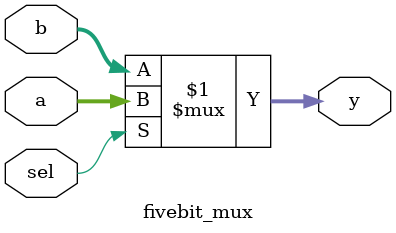
<source format=v>
`timescale 1ns / 1ps
module fivebit_mux(
output   wire [4:0] y,
input    wire [4:0] a, b,
input    wire sel
);
	
   assign
y = sel ? a : b;
endmodule

</source>
